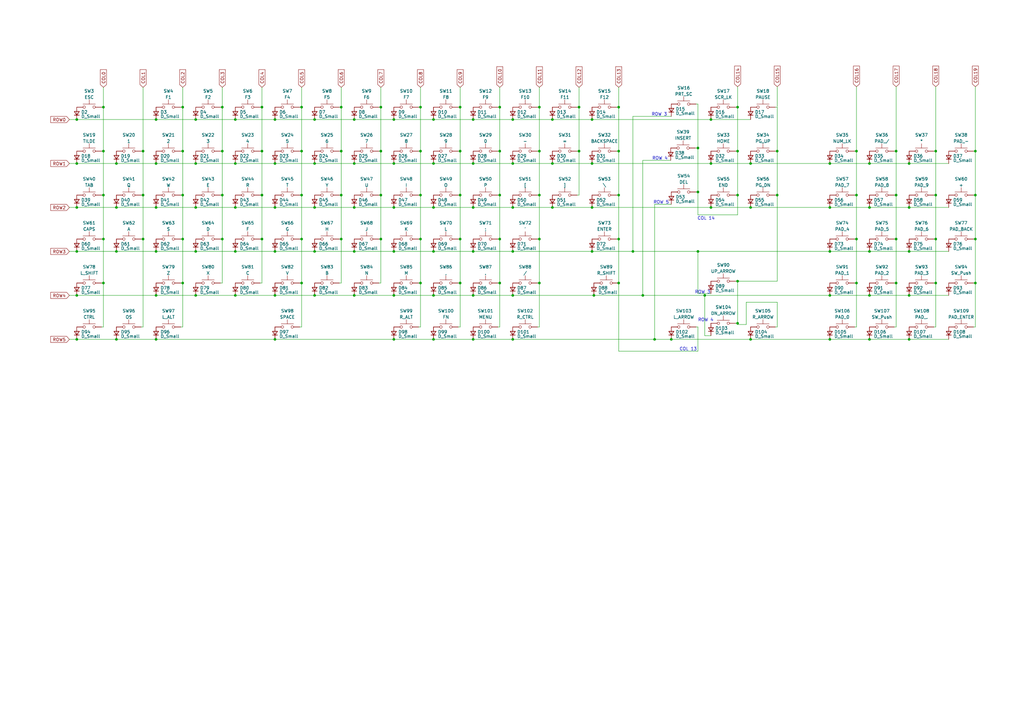
<source format=kicad_sch>
(kicad_sch (version 20211123) (generator eeschema)
  (paper "A3")
  (junction (at 123.698 116.078))
  (junction (at 318.77 80.01))
  (junction (at 367.538 98.044))
  (junction (at 96.52 67.056))
  (junction (at 31.496 139.192))
  (junction (at 259.588 103.124))
  (junction (at 188.722 43.942))
  (junction (at 356.616 103.124))
  (junction (at 367.538 61.976))
  (junction (at 268.478 139.192))
  (junction (at 112.776 85.09))
  (junction (at 194.056 49.022))
  (junction (at 210.312 67.056))
  (junction (at 123.698 61.976))
  (junction (at 210.312 139.192))
  (junction (at 91.186 43.942))
  (junction (at 156.21 98.044))
  (junction (at 145.288 121.158))
  (junction (at 31.496 49.022))
  (junction (at 107.442 61.976))
  (junction (at 383.794 98.044))
  (junction (at 356.616 67.056))
  (junction (at 161.544 49.022))
  (junction (at 145.288 67.056))
  (junction (at 253.746 43.942))
  (junction (at 400.05 116.078))
  (junction (at 289.052 121.158))
  (junction (at 139.954 80.01))
  (junction (at 372.872 103.124))
  (junction (at 221.234 43.942))
  (junction (at 351.282 98.044))
  (junction (at 302.514 115.316))
  (junction (at 145.288 103.124))
  (junction (at 177.8 139.192))
  (junction (at 383.794 80.01))
  (junction (at 194.056 139.192))
  (junction (at 47.752 139.192))
  (junction (at 80.264 49.022))
  (junction (at 340.36 121.158))
  (junction (at 372.872 85.09))
  (junction (at 286.258 60.706))
  (junction (at 31.496 121.158))
  (junction (at 340.36 85.09))
  (junction (at 161.544 67.056))
  (junction (at 64.008 103.124))
  (junction (at 291.592 67.056))
  (junction (at 58.674 61.976))
  (junction (at 188.722 98.044))
  (junction (at 351.282 80.01))
  (junction (at 139.954 61.976))
  (junction (at 42.418 61.976))
  (junction (at 400.05 61.976))
  (junction (at 96.52 49.022))
  (junction (at 356.616 85.09))
  (junction (at 64.008 139.192))
  (junction (at 291.592 49.022))
  (junction (at 356.616 139.192))
  (junction (at 123.698 43.942))
  (junction (at 302.514 132.588))
  (junction (at 91.186 98.044))
  (junction (at 188.722 61.976))
  (junction (at 91.186 80.01))
  (junction (at 112.776 67.056))
  (junction (at 237.49 61.976))
  (junction (at 74.93 80.01))
  (junction (at 145.288 49.022))
  (junction (at 80.264 67.056))
  (junction (at 210.312 121.158))
  (junction (at 177.8 49.022))
  (junction (at 307.848 139.192))
  (junction (at 302.514 61.976))
  (junction (at 96.52 103.124))
  (junction (at 194.056 103.124))
  (junction (at 74.93 61.976))
  (junction (at 112.776 103.124))
  (junction (at 112.776 139.192))
  (junction (at 156.21 43.942))
  (junction (at 129.032 49.022))
  (junction (at 64.008 121.158))
  (junction (at 123.698 98.044))
  (junction (at 47.752 67.056))
  (junction (at 204.978 98.044))
  (junction (at 367.538 80.01))
  (junction (at 210.312 85.09))
  (junction (at 161.544 139.192))
  (junction (at 64.008 85.09))
  (junction (at 210.312 49.022))
  (junction (at 139.954 43.942))
  (junction (at 242.824 67.056))
  (junction (at 123.698 80.01))
  (junction (at 307.848 67.056))
  (junction (at 383.794 116.078))
  (junction (at 204.978 43.942))
  (junction (at 286.258 103.124))
  (junction (at 129.032 85.09))
  (junction (at 372.872 139.192))
  (junction (at 172.466 43.942))
  (junction (at 112.776 49.022))
  (junction (at 400.05 98.044))
  (junction (at 58.674 80.01))
  (junction (at 80.264 121.158))
  (junction (at 263.652 121.158))
  (junction (at 139.954 98.044))
  (junction (at 156.21 80.01))
  (junction (at 302.514 80.01))
  (junction (at 204.978 61.976))
  (junction (at 307.848 85.09))
  (junction (at 367.538 116.078))
  (junction (at 31.496 85.09))
  (junction (at 172.466 116.078))
  (junction (at 129.032 103.124))
  (junction (at 42.418 116.078))
  (junction (at 177.8 121.158))
  (junction (at 210.312 103.124))
  (junction (at 204.978 80.01))
  (junction (at 275.336 139.192))
  (junction (at 91.186 61.976))
  (junction (at 42.418 43.942))
  (junction (at 161.544 85.09))
  (junction (at 64.008 67.056))
  (junction (at 372.872 67.056))
  (junction (at 226.568 49.022))
  (junction (at 96.52 85.09))
  (junction (at 58.674 98.044))
  (junction (at 356.616 121.158))
  (junction (at 31.496 67.056))
  (junction (at 242.824 49.022))
  (junction (at 172.466 98.044))
  (junction (at 64.008 49.022))
  (junction (at 177.8 103.124))
  (junction (at 221.234 61.976))
  (junction (at 221.234 80.01))
  (junction (at 42.418 98.044))
  (junction (at 351.282 116.078))
  (junction (at 188.722 80.01))
  (junction (at 161.544 121.158))
  (junction (at 340.36 103.124))
  (junction (at 237.49 43.942))
  (junction (at 112.776 121.158))
  (junction (at 318.77 61.976))
  (junction (at 204.978 116.078))
  (junction (at 172.466 61.976))
  (junction (at 177.8 85.09))
  (junction (at 47.752 85.09))
  (junction (at 156.21 61.976))
  (junction (at 221.234 116.078))
  (junction (at 400.05 80.01))
  (junction (at 47.752 103.124))
  (junction (at 226.568 67.056))
  (junction (at 302.514 43.942))
  (junction (at 253.746 116.078))
  (junction (at 74.93 98.044))
  (junction (at 129.032 67.056))
  (junction (at 253.746 61.976))
  (junction (at 340.36 67.056))
  (junction (at 286.258 78.74))
  (junction (at 243.586 121.158))
  (junction (at 226.568 85.09))
  (junction (at 96.52 121.158))
  (junction (at 372.872 121.158))
  (junction (at 291.592 85.09))
  (junction (at 188.722 116.078))
  (junction (at 31.496 103.124))
  (junction (at 74.93 116.078))
  (junction (at 107.442 98.044))
  (junction (at 242.824 85.09))
  (junction (at 74.93 43.942))
  (junction (at 107.442 80.01))
  (junction (at 340.36 139.192))
  (junction (at 177.8 67.056))
  (junction (at 253.746 98.044))
  (junction (at 129.032 121.158))
  (junction (at 242.824 103.124))
  (junction (at 194.056 121.158))
  (junction (at 194.056 85.09))
  (junction (at 161.544 103.124))
  (junction (at 107.442 43.942))
  (junction (at 80.264 85.09))
  (junction (at 351.282 61.976))
  (junction (at 194.056 67.056))
  (junction (at 221.234 98.044))
  (junction (at 80.264 103.124))
  (junction (at 172.466 80.01))
  (junction (at 383.794 61.976))
  (junction (at 253.746 80.01))
  (junction (at 42.418 80.01))
  (junction (at 145.288 85.09))
  (wire (pts (xy 366.776 80.01) (xy 367.538 80.01)))
  (wire (pts (xy 112.776 49.022) (xy 129.032 49.022)))
  (wire (pts (xy 242.824 49.022) (xy 291.592 49.022)))
  (wire (pts (xy 351.282 116.078) (xy 351.282 134.112)))
  (wire (pts (xy 74.93 116.078) (xy 74.93 134.112)))
  (wire (pts (xy 318.77 123.952) (xy 318.77 134.112)))
  (wire (pts (xy 161.544 85.09) (xy 177.8 85.09)))
  (wire (pts (xy 123.698 116.078) (xy 123.698 134.112)))
  (wire (pts (xy 129.032 103.124) (xy 145.288 103.124)))
  (wire (pts (xy 204.978 80.01) (xy 204.978 98.044)))
  (wire (pts (xy 372.872 103.124) (xy 389.128 103.124)))
  (wire (pts (xy 318.008 61.976) (xy 318.77 61.976)))
  (wire (pts (xy 123.698 61.976) (xy 123.698 80.01)))
  (wire (pts (xy 253.746 98.044) (xy 253.746 116.078)))
  (wire (pts (xy 139.192 43.942) (xy 139.954 43.942)))
  (wire (pts (xy 172.466 43.942) (xy 172.466 61.976)))
  (wire (pts (xy 112.776 139.192) (xy 161.544 139.192)))
  (wire (pts (xy 302.514 132.588) (xy 302.514 133.096)))
  (wire (pts (xy 42.418 98.044) (xy 42.418 116.078)))
  (wire (pts (xy 220.472 43.942) (xy 221.234 43.942)))
  (wire (pts (xy 400.05 80.01) (xy 400.05 98.044)))
  (wire (pts (xy 268.478 139.192) (xy 275.336 139.192)))
  (wire (pts (xy 161.544 49.022) (xy 177.8 49.022)))
  (wire (pts (xy 237.49 35.814) (xy 237.49 43.942)))
  (wire (pts (xy 318.008 134.112) (xy 318.77 134.112)))
  (wire (pts (xy 383.032 134.112) (xy 383.794 134.112)))
  (wire (pts (xy 204.216 98.044) (xy 204.978 98.044)))
  (wire (pts (xy 172.466 98.044) (xy 172.466 116.078)))
  (wire (pts (xy 112.776 121.158) (xy 129.032 121.158)))
  (wire (pts (xy 90.424 43.942) (xy 91.186 43.942)))
  (wire (pts (xy 106.68 98.044) (xy 107.442 98.044)))
  (wire (pts (xy 188.722 98.044) (xy 188.722 116.078)))
  (wire (pts (xy 301.752 132.588) (xy 302.514 132.588)))
  (wire (pts (xy 107.442 35.814) (xy 107.442 43.942)))
  (wire (pts (xy 204.978 35.814) (xy 204.978 43.942)))
  (wire (pts (xy 204.978 98.044) (xy 204.978 116.078)))
  (wire (pts (xy 372.872 139.192) (xy 389.128 139.192)))
  (wire (pts (xy 91.186 35.814) (xy 91.186 43.942)))
  (wire (pts (xy 302.514 35.56) (xy 302.514 43.942)))
  (wire (pts (xy 42.418 61.976) (xy 42.418 80.01)))
  (wire (pts (xy 28.448 103.124) (xy 31.496 103.124)))
  (wire (pts (xy 47.752 103.124) (xy 64.008 103.124)))
  (wire (pts (xy 318.77 61.976) (xy 318.77 80.01)))
  (wire (pts (xy 58.674 80.01) (xy 58.674 98.044)))
  (wire (pts (xy 187.96 61.976) (xy 188.722 61.976)))
  (wire (pts (xy 41.656 61.976) (xy 42.418 61.976)))
  (wire (pts (xy 139.954 43.942) (xy 139.954 61.976)))
  (wire (pts (xy 171.704 61.976) (xy 172.466 61.976)))
  (wire (pts (xy 367.538 35.56) (xy 367.538 61.976)))
  (wire (pts (xy 237.49 43.942) (xy 237.49 61.976)))
  (wire (pts (xy 107.442 80.01) (xy 107.442 98.044)))
  (wire (pts (xy 145.288 121.158) (xy 161.544 121.158)))
  (wire (pts (xy 302.514 133.096) (xy 306.07 133.096)))
  (wire (pts (xy 236.728 80.01) (xy 237.49 80.01)))
  (wire (pts (xy 252.984 98.044) (xy 253.746 98.044)))
  (wire (pts (xy 155.448 43.942) (xy 156.21 43.942)))
  (wire (pts (xy 74.93 98.044) (xy 74.93 116.078)))
  (wire (pts (xy 302.514 43.942) (xy 302.514 61.976)))
  (wire (pts (xy 74.168 43.942) (xy 74.93 43.942)))
  (wire (pts (xy 259.588 47.752) (xy 259.588 103.124)))
  (wire (pts (xy 221.234 116.078) (xy 221.234 134.112)))
  (wire (pts (xy 139.954 35.814) (xy 139.954 43.942)))
  (wire (pts (xy 400.05 61.976) (xy 400.05 80.01)))
  (wire (pts (xy 221.234 43.942) (xy 221.234 61.976)))
  (wire (pts (xy 366.776 116.078) (xy 367.538 116.078)))
  (wire (pts (xy 42.418 80.01) (xy 42.418 98.044)))
  (wire (pts (xy 96.52 85.09) (xy 112.776 85.09)))
  (wire (pts (xy 302.514 115.316) (xy 302.514 132.588)))
  (wire (pts (xy 74.168 80.01) (xy 74.93 80.01)))
  (wire (pts (xy 285.496 78.74) (xy 286.258 78.74)))
  (wire (pts (xy 80.264 121.158) (xy 96.52 121.158)))
  (wire (pts (xy 156.21 61.976) (xy 156.21 80.01)))
  (wire (pts (xy 252.984 80.01) (xy 253.746 80.01)))
  (wire (pts (xy 252.984 61.976) (xy 253.746 61.976)))
  (wire (pts (xy 47.752 139.192) (xy 64.008 139.192)))
  (wire (pts (xy 156.21 35.814) (xy 156.21 43.942)))
  (wire (pts (xy 64.008 139.192) (xy 112.776 139.192)))
  (wire (pts (xy 64.008 85.09) (xy 80.264 85.09)))
  (wire (pts (xy 57.912 61.976) (xy 58.674 61.976)))
  (wire (pts (xy 188.722 43.942) (xy 188.722 61.976)))
  (wire (pts (xy 161.544 121.158) (xy 177.8 121.158)))
  (wire (pts (xy 91.186 61.976) (xy 91.186 80.01)))
  (wire (pts (xy 122.936 134.112) (xy 123.698 134.112)))
  (wire (pts (xy 340.36 139.192) (xy 356.616 139.192)))
  (wire (pts (xy 106.68 80.01) (xy 107.442 80.01)))
  (wire (pts (xy 204.216 134.112) (xy 204.978 134.112)))
  (wire (pts (xy 80.264 103.124) (xy 96.52 103.124)))
  (wire (pts (xy 383.032 98.044) (xy 383.794 98.044)))
  (wire (pts (xy 90.424 80.01) (xy 91.186 80.01)))
  (wire (pts (xy 243.586 121.158) (xy 263.652 121.158)))
  (wire (pts (xy 383.794 116.078) (xy 383.794 134.112)))
  (wire (pts (xy 155.448 80.01) (xy 156.21 80.01)))
  (wire (pts (xy 58.674 35.814) (xy 58.674 61.976)))
  (wire (pts (xy 74.93 61.976) (xy 74.93 80.01)))
  (wire (pts (xy 123.698 43.942) (xy 123.698 61.976)))
  (wire (pts (xy 64.008 67.056) (xy 80.264 67.056)))
  (wire (pts (xy 263.652 65.786) (xy 263.652 121.158)))
  (wire (pts (xy 129.032 67.056) (xy 145.288 67.056)))
  (wire (pts (xy 177.8 139.192) (xy 194.056 139.192)))
  (wire (pts (xy 350.52 134.112) (xy 351.282 134.112)))
  (wire (pts (xy 289.052 121.158) (xy 289.052 137.668)))
  (wire (pts (xy 91.186 43.942) (xy 91.186 61.976)))
  (wire (pts (xy 204.216 80.01) (xy 204.978 80.01)))
  (wire (pts (xy 123.698 98.044) (xy 123.698 116.078)))
  (wire (pts (xy 41.656 134.112) (xy 42.418 134.112)))
  (wire (pts (xy 64.008 49.022) (xy 80.264 49.022)))
  (wire (pts (xy 268.478 83.82) (xy 275.336 83.82)))
  (wire (pts (xy 285.242 60.706) (xy 286.258 60.706)))
  (wire (pts (xy 156.21 80.01) (xy 156.21 98.044)))
  (wire (pts (xy 291.592 49.022) (xy 307.848 49.022)))
  (wire (pts (xy 237.49 61.976) (xy 237.49 80.01)))
  (wire (pts (xy 80.264 49.022) (xy 96.52 49.022)))
  (wire (pts (xy 226.568 85.09) (xy 242.824 85.09)))
  (wire (pts (xy 188.722 80.01) (xy 188.722 98.044)))
  (wire (pts (xy 172.466 80.01) (xy 172.466 98.044)))
  (wire (pts (xy 123.698 80.01) (xy 123.698 98.044)))
  (wire (pts (xy 367.538 80.01) (xy 367.538 98.044)))
  (wire (pts (xy 96.52 121.158) (xy 112.776 121.158)))
  (wire (pts (xy 47.752 85.09) (xy 64.008 85.09)))
  (wire (pts (xy 301.752 80.01) (xy 302.514 80.01)))
  (wire (pts (xy 366.776 98.044) (xy 367.538 98.044)))
  (wire (pts (xy 236.728 43.942) (xy 237.49 43.942)))
  (wire (pts (xy 204.978 116.078) (xy 204.978 134.112)))
  (wire (pts (xy 286.258 120.396) (xy 286.258 103.124)))
  (wire (pts (xy 367.538 116.078) (xy 367.538 134.112)))
  (wire (pts (xy 145.288 49.022) (xy 161.544 49.022)))
  (wire (pts (xy 28.448 49.022) (xy 31.496 49.022)))
  (wire (pts (xy 268.478 83.82) (xy 268.478 139.192)))
  (wire (pts (xy 42.418 35.814) (xy 42.418 43.942)))
  (wire (pts (xy 259.588 47.752) (xy 275.336 47.752)))
  (wire (pts (xy 242.824 85.09) (xy 291.592 85.09)))
  (wire (pts (xy 253.746 80.01) (xy 253.746 98.044)))
  (wire (pts (xy 289.052 121.158) (xy 340.36 121.158)))
  (wire (pts (xy 351.282 35.56) (xy 351.282 61.976)))
  (wire (pts (xy 57.912 98.044) (xy 58.674 98.044)))
  (wire (pts (xy 139.192 80.01) (xy 139.954 80.01)))
  (wire (pts (xy 340.36 103.124) (xy 356.616 103.124)))
  (wire (pts (xy 129.032 85.09) (xy 145.288 85.09)))
  (wire (pts (xy 302.514 88.138) (xy 286.258 88.138)))
  (wire (pts (xy 42.418 116.078) (xy 42.418 134.112)))
  (wire (pts (xy 340.36 67.056) (xy 356.616 67.056)))
  (wire (pts (xy 210.312 103.124) (xy 242.824 103.124)))
  (wire (pts (xy 96.52 49.022) (xy 112.776 49.022)))
  (wire (pts (xy 194.056 103.124) (xy 210.312 103.124)))
  (wire (pts (xy 220.472 98.044) (xy 221.234 98.044)))
  (wire (pts (xy 383.794 61.976) (xy 383.794 80.01)))
  (wire (pts (xy 356.616 139.192) (xy 372.872 139.192)))
  (wire (pts (xy 112.776 67.056) (xy 129.032 67.056)))
  (wire (pts (xy 161.544 103.124) (xy 177.8 103.124)))
  (wire (pts (xy 187.96 98.044) (xy 188.722 98.044)))
  (wire (pts (xy 307.848 85.09) (xy 340.36 85.09)))
  (wire (pts (xy 28.448 85.09) (xy 31.496 85.09)))
  (wire (pts (xy 383.032 116.078) (xy 383.794 116.078)))
  (wire (pts (xy 28.448 139.192) (xy 31.496 139.192)))
  (wire (pts (xy 307.848 67.056) (xy 340.36 67.056)))
  (wire (pts (xy 145.288 103.124) (xy 161.544 103.124)))
  (wire (pts (xy 91.186 98.044) (xy 91.186 116.078)))
  (wire (pts (xy 41.656 116.078) (xy 42.418 116.078)))
  (wire (pts (xy 351.282 61.976) (xy 351.282 80.01)))
  (wire (pts (xy 188.722 116.078) (xy 188.722 134.112)))
  (wire (pts (xy 80.264 67.056) (xy 96.52 67.056)))
  (wire (pts (xy 259.588 103.124) (xy 286.258 103.124)))
  (wire (pts (xy 356.616 67.056) (xy 372.872 67.056)))
  (wire (pts (xy 318.77 35.56) (xy 318.77 43.688)))
  (wire (pts (xy 145.288 67.056) (xy 161.544 67.056)))
  (wire (pts (xy 318.008 43.942) (xy 318.77 43.942)))
  (wire (pts (xy 253.746 144.018) (xy 286.258 144.018)))
  (wire (pts (xy 350.52 61.976) (xy 351.282 61.976)))
  (wire (pts (xy 90.424 116.078) (xy 91.186 116.078)))
  (wire (pts (xy 210.312 67.056) (xy 226.568 67.056)))
  (wire (pts (xy 351.282 80.01) (xy 351.282 98.044)))
  (wire (pts (xy 210.312 121.158) (xy 243.586 121.158)))
  (wire (pts (xy 161.544 139.192) (xy 177.8 139.192)))
  (wire (pts (xy 286.258 103.124) (xy 340.36 103.124)))
  (wire (pts (xy 286.258 60.706) (xy 286.258 78.74)))
  (wire (pts (xy 57.912 80.01) (xy 58.674 80.01)))
  (wire (pts (xy 253.746 35.814) (xy 253.746 43.942)))
  (wire (pts (xy 350.52 116.078) (xy 351.282 116.078)))
  (wire (pts (xy 194.056 121.158) (xy 210.312 121.158)))
  (wire (pts (xy 106.68 43.942) (xy 107.442 43.942)))
  (wire (pts (xy 41.656 98.044) (xy 42.418 98.044)))
  (wire (pts (xy 177.8 49.022) (xy 194.056 49.022)))
  (wire (pts (xy 204.978 61.976) (xy 204.978 80.01)))
  (wire (pts (xy 188.722 61.976) (xy 188.722 80.01)))
  (wire (pts (xy 286.258 144.018) (xy 286.258 134.112)))
  (wire (pts (xy 383.032 80.01) (xy 383.794 80.01)))
  (wire (pts (xy 372.872 121.158) (xy 389.128 121.158)))
  (wire (pts (xy 177.8 103.124) (xy 194.056 103.124)))
  (wire (pts (xy 356.616 121.158) (xy 372.872 121.158)))
  (wire (pts (xy 221.234 61.976) (xy 221.234 80.01)))
  (wire (pts (xy 194.056 67.056) (xy 210.312 67.056)))
  (wire (pts (xy 302.514 115.316) (xy 318.77 115.316)))
  (wire (pts (xy 139.954 61.976) (xy 139.954 80.01)))
  (wire (pts (xy 47.752 67.056) (xy 64.008 67.056)))
  (wire (pts (xy 307.848 139.192) (xy 340.36 139.192)))
  (wire (pts (xy 41.656 43.942) (xy 42.418 43.942)))
  (wire (pts (xy 252.984 43.942) (xy 253.746 43.942)))
  (wire (pts (xy 253.746 43.942) (xy 253.746 61.976)))
  (wire (pts (xy 221.234 98.044) (xy 221.234 116.078)))
  (wire (pts (xy 122.936 98.044) (xy 123.698 98.044)))
  (wire (pts (xy 291.592 85.09) (xy 307.848 85.09)))
  (wire (pts (xy 220.472 61.976) (xy 221.234 61.976)))
  (wire (pts (xy 74.168 134.112) (xy 74.93 134.112)))
  (wire (pts (xy 301.752 43.942) (xy 302.514 43.942)))
  (wire (pts (xy 285.496 134.112) (xy 286.258 134.112)))
  (wire (pts (xy 399.288 134.112) (xy 400.05 134.112)))
  (wire (pts (xy 107.442 43.942) (xy 107.442 61.976)))
  (wire (pts (xy 177.8 85.09) (xy 194.056 85.09)))
  (wire (pts (xy 64.008 121.158) (xy 80.264 121.158)))
  (wire (pts (xy 285.496 42.672) (xy 286.258 42.672)))
  (wire (pts (xy 356.616 103.124) (xy 372.872 103.124)))
  (wire (pts (xy 58.674 98.044) (xy 58.674 134.112)))
  (wire (pts (xy 399.288 116.078) (xy 400.05 116.078)))
  (wire (pts (xy 145.288 85.09) (xy 161.544 85.09)))
  (wire (pts (xy 220.472 134.112) (xy 221.234 134.112)))
  (wire (pts (xy 187.96 80.01) (xy 188.722 80.01)))
  (wire (pts (xy 122.936 80.01) (xy 123.698 80.01)))
  (wire (pts (xy 74.93 43.942) (xy 74.93 61.976)))
  (wire (pts (xy 31.496 103.124) (xy 47.752 103.124)))
  (wire (pts (xy 253.746 116.078) (xy 253.746 144.018)))
  (wire (pts (xy 220.472 116.078) (xy 221.234 116.078)))
  (wire (pts (xy 263.652 121.158) (xy 289.052 121.158)))
  (wire (pts (xy 318.77 43.942) (xy 318.77 61.976)))
  (wire (pts (xy 156.21 98.044) (xy 156.21 116.078)))
  (wire (pts (xy 112.776 85.09) (xy 129.032 85.09)))
  (wire (pts (xy 242.824 103.124) (xy 259.588 103.124)))
  (wire (pts (xy 220.472 80.01) (xy 221.234 80.01)))
  (wire (pts (xy 161.544 67.056) (xy 177.8 67.056)))
  (wire (pts (xy 112.776 103.124) (xy 129.032 103.124)))
  (wire (pts (xy 91.186 80.01) (xy 91.186 98.044)))
  (wire (pts (xy 107.442 61.976) (xy 107.442 80.01)))
  (wire (pts (xy 187.96 43.942) (xy 188.722 43.942)))
  (wire (pts (xy 383.794 80.01) (xy 383.794 98.044)))
  (wire (pts (xy 96.52 103.124) (xy 112.776 103.124)))
  (wire (pts (xy 302.514 61.976) (xy 302.514 80.01)))
  (wire (pts (xy 155.448 61.976) (xy 156.21 61.976)))
  (wire (pts (xy 340.36 85.09) (xy 356.616 85.09)))
  (wire (pts (xy 226.568 49.022) (xy 242.824 49.022)))
  (wire (pts (xy 187.96 134.112) (xy 188.722 134.112)))
  (wire (pts (xy 31.496 121.158) (xy 64.008 121.158)))
  (wire (pts (xy 204.978 43.942) (xy 204.978 61.976)))
  (wire (pts (xy 74.93 80.01) (xy 74.93 98.044)))
  (wire (pts (xy 80.264 85.09) (xy 96.52 85.09)))
  (wire (pts (xy 177.8 67.056) (xy 194.056 67.056)))
  (wire (pts (xy 172.466 35.814) (xy 172.466 43.942)))
  (wire (pts (xy 122.936 61.976) (xy 123.698 61.976)))
  (wire (pts (xy 383.794 98.044) (xy 383.794 116.078)))
  (wire (pts (xy 289.052 137.668) (xy 291.592 137.668)))
  (wire (pts (xy 366.776 61.976) (xy 367.538 61.976)))
  (wire (pts (xy 399.288 61.976) (xy 400.05 61.976)))
  (wire (pts (xy 286.258 42.672) (xy 286.258 60.706)))
  (wire (pts (xy 42.418 43.942) (xy 42.418 61.976)))
  (wire (pts (xy 302.514 80.01) (xy 302.514 88.138)))
  (wire (pts (xy 171.704 116.078) (xy 172.466 116.078)))
  (wire (pts (xy 367.538 61.976) (xy 367.538 80.01)))
  (wire (pts (xy 318.008 80.01) (xy 318.77 80.01)))
  (wire (pts (xy 221.234 80.01) (xy 221.234 98.044)))
  (wire (pts (xy 122.936 116.078) (xy 123.698 116.078)))
  (wire (pts (xy 263.652 65.786) (xy 275.082 65.786)))
  (wire (pts (xy 96.52 67.056) (xy 112.776 67.056)))
  (wire (pts (xy 399.288 80.01) (xy 400.05 80.01)))
  (wire (pts (xy 400.05 35.56) (xy 400.05 61.976)))
  (wire (pts (xy 106.68 116.078) (xy 107.442 116.078)))
  (wire (pts (xy 350.52 80.01) (xy 351.282 80.01)))
  (wire (pts (xy 90.424 98.044) (xy 91.186 98.044)))
  (wire (pts (xy 204.216 61.976) (xy 204.978 61.976)))
  (wire (pts (xy 383.794 35.56) (xy 383.794 61.976)))
  (wire (pts (xy 139.192 116.078) (xy 139.954 116.078)))
  (wire (pts (xy 242.824 67.056) (xy 291.592 67.056)))
  (wire (pts (xy 41.656 80.01) (xy 42.418 80.01)))
  (wire (pts (xy 171.704 98.044) (xy 172.466 98.044)))
  (wire (pts (xy 340.36 121.158) (xy 356.616 121.158)))
  (wire (pts (xy 194.056 139.192) (xy 210.312 139.192)))
  (wire (pts (xy 156.21 43.942) (xy 156.21 61.976)))
  (wire (pts (xy 194.056 85.09) (xy 210.312 85.09)))
  (wire (pts (xy 139.192 61.976) (xy 139.954 61.976)))
  (wire (pts (xy 275.336 139.192) (xy 307.848 139.192)))
  (wire (pts (xy 291.592 67.056) (xy 307.848 67.056)))
  (wire (pts (xy 74.168 116.078) (xy 74.93 116.078)))
  (wire (pts (xy 107.442 98.044) (xy 107.442 116.078)))
  (wire (pts (xy 31.496 67.056) (xy 47.752 67.056)))
  (wire (pts (xy 122.936 43.942) (xy 123.698 43.942)))
  (wire (pts (xy 172.466 116.078) (xy 172.466 134.112)))
  (wire (pts (xy 171.704 43.942) (xy 172.466 43.942)))
  (wire (pts (xy 367.538 98.044) (xy 367.538 116.078)))
  (wire (pts (xy 204.216 116.078) (xy 204.978 116.078)))
  (wire (pts (xy 301.752 61.976) (xy 302.514 61.976)))
  (wire (pts (xy 106.68 61.976) (xy 107.442 61.976)))
  (wire (pts (xy 210.312 139.192) (xy 268.478 139.192)))
  (wire (pts (xy 286.258 78.74) (xy 286.258 88.138)))
  (wire (pts (xy 155.448 116.078) (xy 156.21 116.078)))
  (wire (pts (xy 194.056 49.022) (xy 210.312 49.022)))
  (wire (pts (xy 57.912 134.112) (xy 58.674 134.112)))
  (wire (pts (xy 372.872 67.056) (xy 389.128 67.056)))
  (wire (pts (xy 74.93 35.814) (xy 74.93 43.942)))
  (wire (pts (xy 155.448 98.044) (xy 156.21 98.044)))
  (wire (pts (xy 74.168 98.044) (xy 74.93 98.044)))
  (wire (pts (xy 204.216 43.942) (xy 204.978 43.942)))
  (wire (pts (xy 351.282 98.044) (xy 351.282 116.078)))
  (wire (pts (xy 372.872 85.09) (xy 389.128 85.09)))
  (wire (pts (xy 64.008 103.124) (xy 80.264 103.124)))
  (wire (pts (xy 210.312 85.09) (xy 226.568 85.09)))
  (wire (pts (xy 123.698 35.814) (xy 123.698 43.942)))
  (wire (pts (xy 306.07 123.952) (xy 318.77 123.952)))
  (wire (pts (xy 58.674 61.976) (xy 58.674 80.01)))
  (wire (pts (xy 210.312 49.022) (xy 226.568 49.022)))
  (wire (pts (xy 74.168 61.976) (xy 74.93 61.976)))
  (wire (pts (xy 187.96 116.078) (xy 188.722 116.078)))
  (wire (pts (xy 188.722 35.814) (xy 188.722 43.942)))
  (wire (pts (xy 31.496 85.09) (xy 47.752 85.09)))
  (wire (pts (xy 226.568 67.056) (xy 242.824 67.056)))
  (wire (pts (xy 400.05 116.078) (xy 400.05 134.112)))
  (wire (pts (xy 399.288 98.044) (xy 400.05 98.044)))
  (wire (pts (xy 90.424 61.976) (xy 91.186 61.976)))
  (wire (pts (xy 129.032 49.022) (xy 145.288 49.022)))
  (wire (pts (xy 400.05 98.044) (xy 400.05 116.078)))
  (wire (pts (xy 350.52 98.044) (xy 351.282 98.044)))
  (wire (pts (xy 31.496 139.192) (xy 47.752 139.192)))
  (wire (pts (xy 139.192 98.044) (xy 139.954 98.044)))
  (wire (pts (xy 177.8 121.158) (xy 194.056 121.158)))
  (wire (pts (xy 236.728 61.976) (xy 237.49 61.976)))
  (wire (pts (xy 301.752 115.316) (xy 302.514 115.316)))
  (wire (pts (xy 383.032 61.976) (xy 383.794 61.976)))
  (wire (pts (xy 366.776 134.112) (xy 367.538 134.112)))
  (wire (pts (xy 139.954 98.044) (xy 139.954 116.078)))
  (wire (pts (xy 286.258 120.396) (xy 291.592 120.396)))
  (wire (pts (xy 31.496 49.022) (xy 64.008 49.022)))
  (wire (pts (xy 28.448 67.056) (xy 31.496 67.056)))
  (wire (pts (xy 318.77 115.316) (xy 318.77 80.01)))
  (wire (pts (xy 139.954 80.01) (xy 139.954 98.044)))
  (wire (pts (xy 221.234 35.814) (xy 221.234 43.942)))
  (wire (pts (xy 172.466 61.976) (xy 172.466 80.01)))
  (wire (pts (xy 253.746 61.976) (xy 253.746 80.01)))
  (wire (pts (xy 171.704 80.01) (xy 172.466 80.01)))
  (wire (pts (xy 129.032 121.158) (xy 145.288 121.158)))
  (wire (pts (xy 171.704 134.112) (xy 172.466 134.112)))
  (wire (pts (xy 306.07 133.096) (xy 306.07 123.952)))
  (wire (pts (xy 356.616 85.09) (xy 372.872 85.09)))
  (wire (pts (xy 28.448 121.158) (xy 31.496 121.158)))
  (text "ROW 4" (at 267.462 65.786 0) (effects (font (size 1.27 1.27)) (justify left bottom)))
  (text "COL 13" (at 278.638 144.018 0) (effects (font (size 1.27 1.27)) (justify left bottom)))
  (text "COL 14" (at 286.004 90.424 0) (effects (font (size 1.27 1.27)) (justify left bottom)))
  (text "ROW 3" (at 267.208 47.752 0) (effects (font (size 1.27 1.27)) (justify left bottom)))
  (text "ROW 5" (at 267.97 83.82 0) (effects (font (size 1.27 1.27)) (justify left bottom)))
  (text "ROW 4" (at 286.258 132.08 0) (effects (font (size 1.27 1.27)) (justify left bottom)))
  (text "ROW 3" (at 284.988 120.65 0) (effects (font (size 1.27 1.27)) (justify left bottom)))
  (global_label "COL7" (shape input) (at 156.21 35.814 90) (property "Intersheet References" "${INTERSHEET_REFS}" (effects hide)))
  (global_label "COL6" (shape input) (at 139.954 35.814 90) (property "Intersheet References" "${INTERSHEET_REFS}" (effects hide)))
  (global_label "COL13" (shape input) (at 253.746 35.814 90) (property "Intersheet References" "${INTERSHEET_REFS}" (effects hide)))
  (global_label "COL4" (shape input) (at 107.442 35.814 90) (property "Intersheet References" "${INTERSHEET_REFS}" (effects hide)))
  (global_label "ROW5" (shape input) (at 28.448 139.192 180) (property "Intersheet References" "${INTERSHEET_REFS}" (effects hide)))
  (global_label "COL16" (shape input) (at 351.282 35.56 90) (property "Intersheet References" "${INTERSHEET_REFS}" (effects hide)))
  (global_label "COL0" (shape input) (at 42.418 35.814 90) (property "Intersheet References" "${INTERSHEET_REFS}" (effects hide)))
  (global_label "COL5" (shape input) (at 123.698 35.814 90) (property "Intersheet References" "${INTERSHEET_REFS}" (effects hide)))
  (global_label "COL19" (shape input) (at 400.05 35.56 90) (property "Intersheet References" "${INTERSHEET_REFS}" (effects hide)))
  (global_label "COL12" (shape input) (at 237.49 35.814 90) (property "Intersheet References" "${INTERSHEET_REFS}" (effects hide)))
  (global_label "COL2" (shape input) (at 74.93 35.814 90) (property "Intersheet References" "${INTERSHEET_REFS}" (effects hide)))
  (global_label "ROW3" (shape input) (at 28.448 103.124 180) (property "Intersheet References" "${INTERSHEET_REFS}" (effects hide)))
  (global_label "COL1" (shape input) (at 58.674 35.814 90) (property "Intersheet References" "${INTERSHEET_REFS}" (effects hide)))
  (global_label "COL17" (shape input) (at 367.538 35.56 90) (property "Intersheet References" "${INTERSHEET_REFS}" (effects hide)))
  (global_label "COL18" (shape input) (at 383.794 35.56 90) (property "Intersheet References" "${INTERSHEET_REFS}" (effects hide)))
  (global_label "ROW0" (shape input) (at 28.448 49.022 180) (property "Intersheet References" "${INTERSHEET_REFS}" (effects hide)))
  (global_label "COL11" (shape input) (at 221.234 35.814 90) (property "Intersheet References" "${INTERSHEET_REFS}" (effects hide)))
  (global_label "COL10" (shape input) (at 204.978 35.814 90) (property "Intersheet References" "${INTERSHEET_REFS}" (effects hide)))
  (global_label "COL8" (shape input) (at 172.466 35.814 90) (property "Intersheet References" "${INTERSHEET_REFS}" (effects hide)))
  (global_label "ROW4" (shape input) (at 28.448 121.158 180) (property "Intersheet References" "${INTERSHEET_REFS}" (effects hide)))
  (global_label "ROW1" (shape input) (at 28.448 67.056 180) (property "Intersheet References" "${INTERSHEET_REFS}" (effects hide)))
  (global_label "COL3" (shape input) (at 91.186 35.814 90) (property "Intersheet References" "${INTERSHEET_REFS}" (effects hide)))
  (global_label "ROW2" (shape input) (at 28.448 85.09 180) (property "Intersheet References" "${INTERSHEET_REFS}" (effects hide)))
  (global_label "COL9" (shape input) (at 188.722 35.814 90) (property "Intersheet References" "${INTERSHEET_REFS}" (effects hide)))
  (global_label "COL14" (shape input) (at 302.514 35.56 90) (property "Intersheet References" "${INTERSHEET_REFS}" (effects hide)))
  (global_label "COL15" (shape input) (at 318.77 35.56 90) (property "Intersheet References" "${INTERSHEET_REFS}" (effects hide)))
  (symbol (lib_id "Switch:SW_Push") (at 296.672 80.01 0) (unit 1)
    (property "Reference" "SW55" (at 296.672 73.406 0))
    (property "Value" "END" (at 296.672 75.946 0))
  )
  (symbol (lib_id "Device:D_Small") (at 226.568 64.516 90) (unit 1)
    (property "Reference" "D30" (at 228.346 64.008 90) (effects (justify right)))
    (property "Value" "D_Small" (at 228.346 65.7859 90) (effects (justify right)))
  )
  (symbol (lib_id "Switch:SW_Push") (at 199.136 98.044 0) (unit 1)
    (property "Reference" "SW71" (at 199.136 91.44 0))
    (property "Value" ";" (at 199.136 93.98 0))
  )
  (symbol (lib_id "Device:D_Small") (at 340.36 100.584 90) (unit 1)
    (property "Reference" "D73" (at 342.138 100.076 90) (effects (justify right)))
    (property "Value" "D_Small" (at 342.138 101.8539 90) (effects (justify right)))
  )
  (symbol (lib_id "Switch:SW_Push") (at 394.208 116.078 0) (unit 1)
    (property "Reference" "SW94" (at 394.208 109.474 0))
    (property "Value" "SW_Push" (at 394.208 112.014 0))
  )
  (symbol (lib_id "Device:D_Small") (at 161.544 64.516 90) (unit 1)
    (property "Reference" "D26" (at 163.322 64.008 90) (effects (justify right)))
    (property "Value" "D_Small" (at 163.322 65.7859 90) (effects (justify right)))
  )
  (symbol (lib_id "Switch:SW_Push") (at 69.088 80.01 0) (unit 1)
    (property "Reference" "SW42" (at 69.088 73.406 0))
    (property "Value" "W" (at 69.088 75.946 0))
  )
  (symbol (lib_id "Switch:SW_Push") (at 361.696 80.01 0) (unit 1)
    (property "Reference" "SW58" (at 361.696 73.406 0))
    (property "Value" "PAD_8" (at 361.696 75.946 0))
  )
  (symbol (lib_id "Switch:SW_Push") (at 117.856 134.112 0) (unit 1)
    (property "Reference" "SW98" (at 117.856 127.508 0))
    (property "Value" "SPACE" (at 117.856 130.048 0))
  )
  (symbol (lib_id "Device:D_Small") (at 96.52 118.618 90) (unit 1)
    (property "Reference" "D80" (at 98.298 118.11 90) (effects (justify right)))
    (property "Value" "D_Small" (at 98.298 119.8879 90) (effects (justify right)))
  )
  (symbol (lib_id "Device:D_Small") (at 31.496 100.584 90) (unit 1)
    (property "Reference" "D60" (at 33.274 100.076 90) (effects (justify right)))
    (property "Value" "D_Small" (at 33.274 101.8539 90) (effects (justify right)))
  )
  (symbol (lib_id "Device:D_Small") (at 80.264 64.516 90) (unit 1)
    (property "Reference" "D21" (at 82.042 64.008 90) (effects (justify right)))
    (property "Value" "D_Small" (at 82.042 65.7859 90) (effects (justify right)))
  )
  (symbol (lib_id "Device:D_Small") (at 64.008 118.618 90) (unit 1)
    (property "Reference" "D78" (at 65.786 118.11 90) (effects (justify right)))
    (property "Value" "D_Small" (at 65.786 119.8879 90) (effects (justify right)))
  )
  (symbol (lib_id "Switch:SW_Push") (at 182.88 116.078 0) (unit 1)
    (property "Reference" "SW86" (at 182.88 109.474 0))
    (property "Value" "," (at 182.88 112.014 0))
  )
  (symbol (lib_id "Device:D_Small") (at 242.824 64.516 90) (unit 1)
    (property "Reference" "D31" (at 244.602 64.008 90) (effects (justify right)))
    (property "Value" "D_Small" (at 244.602 65.7859 90) (effects (justify right)))
  )
  (symbol (lib_id "Device:D_Small") (at 31.496 64.516 90) (unit 1)
    (property "Reference" "D18" (at 33.274 64.008 90) (effects (justify right)))
    (property "Value" "D_Small" (at 33.274 65.7859 90) (effects (justify right)))
  )
  (symbol (lib_id "Switch:SW_Push") (at 377.952 116.078 0) (unit 1)
    (property "Reference" "SW93" (at 377.952 109.474 0))
    (property "Value" "PAD_3" (at 377.952 112.014 0))
  )
  (symbol (lib_id "Device:D_Small") (at 145.288 46.482 90) (unit 1)
    (property "Reference" "D8" (at 147.066 45.974 90) (effects (justify right)))
    (property "Value" "D_Small" (at 147.066 47.7519 90) (effects (justify right)))
  )
  (symbol (lib_id "Device:D_Small") (at 194.056 136.652 90) (unit 1)
    (property "Reference" "D100" (at 195.834 136.144 90) (effects (justify right)))
    (property "Value" "D_Small" (at 195.834 137.9219 90) (effects (justify right)))
  )
  (symbol (lib_id "Device:D_Small") (at 64.008 136.652 90) (unit 1)
    (property "Reference" "D96" (at 65.786 136.144 90) (effects (justify right)))
    (property "Value" "D_Small" (at 65.786 137.9219 90) (effects (justify right)))
  )
  (symbol (lib_id "Switch:SW_Push") (at 248.666 116.078 0) (unit 1)
    (property "Reference" "SW89" (at 248.666 109.474 0))
    (property "Value" "R_SHIFT" (at 248.666 112.014 0))
  )
  (symbol (lib_id "Switch:SW_Push") (at 231.648 43.942 0) (unit 1)
    (property "Reference" "SW14" (at 231.648 37.338 0))
    (property "Value" "F11" (at 231.648 39.878 0))
  )
  (symbol (lib_id "Switch:SW_Push") (at 345.44 116.078 0) (unit 1)
    (property "Reference" "SW91" (at 345.44 109.474 0))
    (property "Value" "PAD_1" (at 345.44 112.014 0))
  )
  (symbol (lib_id "Switch:SW_Push") (at 296.672 115.316 0) (unit 1)
    (property "Reference" "SW90" (at 296.672 108.712 0))
    (property "Value" "UP_ARROW" (at 296.672 111.252 0))
  )
  (symbol (lib_id "Switch:SW_Push") (at 36.576 134.112 0) (unit 1)
    (property "Reference" "SW95" (at 36.576 127.508 0))
    (property "Value" "CTRL" (at 36.576 130.048 0))
  )
  (symbol (lib_id "Device:D_Small") (at 291.592 82.55 90) (unit 1)
    (property "Reference" "D54" (at 293.37 82.042 90) (effects (justify right)))
    (property "Value" "D_Small" (at 293.37 83.8199 90) (effects (justify right)))
  )
  (symbol (lib_id "Switch:SW_Push") (at 117.856 80.01 0) (unit 1)
    (property "Reference" "SW45" (at 117.856 73.406 0))
    (property "Value" "T" (at 117.856 75.946 0))
  )
  (symbol (lib_id "Switch:SW_Push") (at 150.368 43.942 0) (unit 1)
    (property "Reference" "SW9" (at 150.368 37.338 0))
    (property "Value" "F6" (at 150.368 39.878 0))
  )
  (symbol (lib_id "Switch:SW_Push") (at 199.136 61.976 0) (unit 1)
    (property "Reference" "SW29" (at 199.136 55.372 0))
    (property "Value" "0" (at 199.136 57.912 0))
  )
  (symbol (lib_id "Switch:SW_Push") (at 69.088 116.078 0) (unit 1)
    (property "Reference" "SW79" (at 69.088 109.474 0))
    (property "Value" "Z" (at 69.088 112.014 0))
  )
  (symbol (lib_id "Switch:SW_Push") (at 345.44 80.01 0) (unit 1)
    (property "Reference" "SW57" (at 345.44 73.406 0))
    (property "Value" "PAD_7" (at 345.44 75.946 0))
  )
  (symbol (lib_id "Switch:SW_Push") (at 52.832 80.01 0) (unit 1)
    (property "Reference" "SW41" (at 52.832 73.406 0))
    (property "Value" "Q" (at 52.832 75.946 0))
  )
  (symbol (lib_id "Device:D_Small") (at 356.616 100.584 90) (unit 1)
    (property "Reference" "D74" (at 358.394 100.076 90) (effects (justify right)))
    (property "Value" "D_Small" (at 358.394 101.8539 90) (effects (justify right)))
  )
  (symbol (lib_id "Switch:SW_Push") (at 361.696 98.044 0) (unit 1)
    (property "Reference" "SW75" (at 361.696 91.44 0))
    (property "Value" "PAD_5" (at 361.696 93.98 0))
  )
  (symbol (lib_id "Switch:SW_Push") (at 134.112 61.976 0) (unit 1)
    (property "Reference" "SW25" (at 134.112 55.372 0))
    (property "Value" "6" (at 134.112 57.912 0))
  )
  (symbol (lib_id "Device:D_Small") (at 31.496 136.652 90) (unit 1)
    (property "Reference" "D94" (at 33.274 136.144 90) (effects (justify right)))
    (property "Value" "D_Small" (at 33.274 137.9219 90) (effects (justify right)))
  )
  (symbol (lib_id "Device:D_Small") (at 161.544 100.584 90) (unit 1)
    (property "Reference" "D68" (at 163.322 100.076 90) (effects (justify right)))
    (property "Value" "D_Small" (at 163.322 101.8539 90) (effects (justify right)))
  )
  (symbol (lib_id "Switch:SW_Push") (at 182.88 43.942 0) (unit 1)
    (property "Reference" "SW11" (at 182.88 37.338 0))
    (property "Value" "F8" (at 182.88 39.878 0))
  )
  (symbol (lib_id "Device:D_Small") (at 47.752 136.652 90) (unit 1)
    (property "Reference" "D95" (at 49.53 136.144 90) (effects (justify right)))
    (property "Value" "D_Small" (at 49.53 137.9219 90) (effects (justify right)))
  )
  (symbol (lib_id "Switch:SW_Push") (at 247.904 98.044 0) (unit 1)
    (property "Reference" "SW73" (at 247.904 91.44 0))
    (property "Value" "ENTER" (at 247.904 93.98 0))
  )
  (symbol (lib_id "Device:D_Small") (at 372.872 64.516 90) (unit 1)
    (property "Reference" "D36" (at 374.65 64.008 90) (effects (justify right)))
    (property "Value" "D_Small" (at 374.65 65.7859 90) (effects (justify right)))
  )
  (symbol (lib_id "Switch:SW_Push") (at 312.928 134.112 0) (unit 1)
    (property "Reference" "SW105" (at 312.928 127.508 0))
    (property "Value" "R_ARROW" (at 312.928 130.048 0))
  )
  (symbol (lib_id "Switch:SW_Push") (at 296.672 43.942 0) (unit 1)
    (property "Reference" "SW17" (at 296.672 37.338 0))
    (property "Value" "SCR_LK" (at 296.672 39.878 0))
  )
  (symbol (lib_id "Switch:SW_Push") (at 280.416 134.112 0) (unit 1)
    (property "Reference" "SW103" (at 280.416 127.508 0))
    (property "Value" "L_ARROW" (at 280.416 130.048 0))
  )
  (symbol (lib_id "Device:D_Small") (at 161.544 136.652 90) (unit 1)
    (property "Reference" "D98" (at 163.322 136.144 90) (effects (justify right)))
    (property "Value" "D_Small" (at 163.322 137.9219 90) (effects (justify right)))
  )
  (symbol (lib_id "Switch:SW_Push") (at 166.624 61.976 0) (unit 1)
    (property "Reference" "SW27" (at 166.624 55.372 0))
    (property "Value" "8" (at 166.624 57.912 0))
  )
  (symbol (lib_id "Switch:SW_Push") (at 52.832 61.976 0) (unit 1)
    (property "Reference" "SW20" (at 52.832 55.372 0))
    (property "Value" "1" (at 52.832 57.912 0))
  )
  (symbol (lib_id "Device:D_Small") (at 291.592 64.516 90) (unit 1)
    (property "Reference" "D32" (at 293.37 64.008 90) (effects (justify right)))
    (property "Value" "D_Small" (at 293.37 65.7859 90) (effects (justify right)))
  )
  (symbol (lib_id "Switch:SW_Push") (at 101.6 80.01 0) (unit 1)
    (property "Reference" "SW44" (at 101.6 73.406 0))
    (property "Value" "R" (at 101.6 75.946 0))
  )
  (symbol (lib_id "Device:D_Small") (at 177.8 118.618 90) (unit 1)
    (property "Reference" "D85" (at 179.578 118.11 90) (effects (justify right)))
    (property "Value" "D_Small" (at 179.578 119.8879 90) (effects (justify right)))
  )
  (symbol (lib_id "Switch:SW_Push") (at 231.648 80.01 0) (unit 1)
    (property "Reference" "SW52" (at 231.648 73.406 0))
    (property "Value" "]" (at 231.648 75.946 0))
  )
  (symbol (lib_id "Switch:SW_Push") (at 247.904 61.976 0) (unit 1)
    (property "Reference" "SW32" (at 247.904 55.372 0))
    (property "Value" "BACKSPACE" (at 247.904 57.912 0))
  )
  (symbol (lib_id "Device:D_Small") (at 356.616 82.55 90) (unit 1)
    (property "Reference" "D57" (at 358.394 82.042 90) (effects (justify right)))
    (property "Value" "D_Small" (at 358.394 83.8199 90) (effects (justify right)))
  )
  (symbol (lib_id "Device:D_Small") (at 129.032 118.618 90) (unit 1)
    (property "Reference" "D82" (at 130.81 118.11 90) (effects (justify right)))
    (property "Value" "D_Small" (at 130.81 119.8879 90) (effects (justify right)))
  )
  (symbol (lib_id "Device:D_Small") (at 291.592 46.482 90) (unit 1)
    (property "Reference" "D16" (at 293.37 45.974 90) (effects (justify right)))
    (property "Value" "D_Small" (at 293.37 47.7519 90) (effects (justify right)))
  )
  (symbol (lib_id "Device:D_Small") (at 210.312 64.516 90) (unit 1)
    (property "Reference" "D29" (at 212.09 64.008 90) (effects (justify right)))
    (property "Value" "D_Small" (at 212.09 65.7859 90) (effects (justify right)))
  )
  (symbol (lib_id "Device:D_Small") (at 194.056 118.618 90) (unit 1)
    (property "Reference" "D86" (at 195.834 118.11 90) (effects (justify right)))
    (property "Value" "D_Small" (at 195.834 119.8879 90) (effects (justify right)))
  )
  (symbol (lib_id "Device:D_Small") (at 275.082 63.246 90) (unit 1)
    (property "Reference" "D38" (at 276.86 62.738 90) (effects (justify right)))
    (property "Value" "D_Small" (at 276.86 64.5159 90) (effects (justify right)))
  )
  (symbol (lib_id "Switch:SW_Push") (at 280.416 78.74 0) (unit 1)
    (property "Reference" "SW54" (at 280.416 72.136 0))
    (property "Value" "DEL" (at 280.416 74.676 0))
  )
  (symbol (lib_id "Device:D_Small") (at 145.288 82.55 90) (unit 1)
    (property "Reference" "D46" (at 147.066 82.042 90) (effects (justify right)))
    (property "Value" "D_Small" (at 147.066 83.8199 90) (effects (justify right)))
  )
  (symbol (lib_id "Device:D_Small") (at 129.032 82.55 90) (unit 1)
    (property "Reference" "D45" (at 130.81 82.042 90) (effects (justify right)))
    (property "Value" "D_Small" (at 130.81 83.8199 90) (effects (justify right)))
  )
  (symbol (lib_id "Device:D_Small") (at 356.616 136.652 90) (unit 1)
    (property "Reference" "D106" (at 358.394 136.144 90) (effects (justify right)))
    (property "Value" "D_Small" (at 358.394 137.9219 90) (effects (justify right)))
  )
  (symbol (lib_id "Device:D_Small") (at 340.36 64.516 90) (unit 1)
    (property "Reference" "D34" (at 342.138 64.008 90) (effects (justify right)))
    (property "Value" "D_Small" (at 342.138 65.7859 90) (effects (justify right)))
  )
  (symbol (lib_id "Switch:SW_Push") (at 134.112 98.044 0) (unit 1)
    (property "Reference" "SW67" (at 134.112 91.44 0))
    (property "Value" "H" (at 134.112 93.98 0))
  )
  (symbol (lib_id "Device:D_Small") (at 80.264 46.482 90) (unit 1)
    (property "Reference" "D4" (at 82.042 45.974 90) (effects (justify right)))
    (property "Value" "D_Small" (at 82.042 47.7519 90) (effects (justify right)))
  )
  (symbol (lib_id "Switch:SW_Push") (at 215.392 98.044 0) (unit 1)
    (property "Reference" "SW72" (at 215.392 91.44 0))
    (property "Value" "'" (at 215.392 93.98 0))
  )
  (symbol (lib_id "Switch:SW_Push") (at 36.576 43.942 0) (unit 1)
    (property "Reference" "SW3" (at 36.576 37.338 0))
    (property "Value" "ESC" (at 36.576 39.878 0))
  )
  (symbol (lib_id "Switch:SW_Push") (at 36.576 61.976 0) (unit 1)
    (property "Reference" "SW19" (at 36.576 55.372 0))
    (property "Value" "TILDE" (at 36.576 57.912 0))
  )
  (symbol (lib_id "Switch:SW_Push") (at 117.856 43.942 0) (unit 1)
    (property "Reference" "SW7" (at 117.856 37.338 0))
    (property "Value" "F4" (at 117.856 39.878 0))
  )
  (symbol (lib_id "Device:D_Small") (at 226.568 82.55 90) (unit 1)
    (property "Reference" "D51" (at 228.346 82.042 90) (effects (justify right)))
    (property "Value" "D_Small" (at 228.346 83.8199 90) (effects (justify right)))
  )
  (symbol (lib_id "Device:D_Small") (at 129.032 100.584 90) (unit 1)
    (property "Reference" "D66" (at 130.81 100.076 90) (effects (justify right)))
    (property "Value" "D_Small" (at 130.81 101.8539 90) (effects (justify right)))
  )
  (symbol (lib_id "Device:D_Small") (at 194.056 82.55 90) (unit 1)
    (property "Reference" "D49" (at 195.834 82.042 90) (effects (justify right)))
    (property "Value" "D_Small" (at 195.834 83.8199 90) (effects (justify right)))
  )
  (symbol (lib_id "Device:D_Small") (at 340.36 136.652 90) (unit 1)
    (property "Reference" "D105" (at 342.138 136.144 90) (effects (justify right)))
    (property "Value" "D_Small" (at 342.138 137.9219 90) (effects (justify right)))
  )
  (symbol (lib_id "Device:D_Small") (at 242.824 100.584 90) (unit 1)
    (property "Reference" "D72" (at 244.602 100.076 90) (effects (justify right)))
    (property "Value" "D_Small" (at 244.602 101.8539 90) (effects (justify right)))
  )
  (symbol (lib_id "Device:D_Small") (at 80.264 100.584 90) (unit 1)
    (property "Reference" "D63" (at 82.042 100.076 90) (effects (justify right)))
    (property "Value" "D_Small" (at 82.042 101.8539 90) (effects (justify right)))
  )
  (symbol (lib_id "Switch:SW_Push") (at 394.208 134.112 0) (unit 1)
    (property "Reference" "SW109" (at 394.208 127.508 0))
    (property "Value" "PAD_ENTER" (at 394.208 130.048 0))
  )
  (symbol (lib_id "Device:D_Small") (at 291.592 117.856 90) (unit 1)
    (property "Reference" "D89" (at 293.37 117.348 90) (effects (justify right)))
    (property "Value" "D_Small" (at 293.37 119.1259 90) (effects (justify right)))
  )
  (symbol (lib_id "Switch:SW_Push") (at 182.88 80.01 0) (unit 1)
    (property "Reference" "SW49" (at 182.88 73.406 0))
    (property "Value" "O" (at 182.88 75.946 0))
  )
  (symbol (lib_id "Switch:SW_Push") (at 361.696 61.976 0) (unit 1)
    (property "Reference" "SW36" (at 361.696 55.372 0))
    (property "Value" "PAD_/" (at 361.696 57.912 0))
  )
  (symbol (lib_id "Device:D_Small") (at 372.872 82.55 90) (unit 1)
    (property "Reference" "D58" (at 374.65 82.042 90) (effects (justify right)))
    (property "Value" "D_Small" (at 374.65 83.8199 90) (effects (justify right)))
  )
  (symbol (lib_id "Device:D_Small") (at 161.544 82.55 90) (unit 1)
    (property "Reference" "D47" (at 163.322 82.042 90) (effects (justify right)))
    (property "Value" "D_Small" (at 163.322 83.8199 90) (effects (justify right)))
  )
  (symbol (lib_id "Switch:SW_Push") (at 215.392 43.942 0) (unit 1)
    (property "Reference" "SW13" (at 215.392 37.338 0))
    (property "Value" "F10" (at 215.392 39.878 0))
  )
  (symbol (lib_id "Device:D_Small") (at 145.288 118.618 90) (unit 1)
    (property "Reference" "D83" (at 147.066 118.11 90) (effects (justify right)))
    (property "Value" "D_Small" (at 147.066 119.8879 90) (effects (justify right)))
  )
  (symbol (lib_id "Switch:SW_Push") (at 377.952 80.01 0) (unit 1)
    (property "Reference" "SW59" (at 377.952 73.406 0))
    (property "Value" "PAD_9" (at 377.952 75.946 0))
  )
  (symbol (lib_id "Device:D_Small") (at 372.872 136.652 90) (unit 1)
    (property "Reference" "D107" (at 374.65 136.144 90) (effects (justify right)))
    (property "Value" "D_Small" (at 374.65 137.9219 90) (effects (justify right)))
  )
  (symbol (lib_id "Switch:SW_Push") (at 231.648 61.976 0) (unit 1)
    (property "Reference" "SW31" (at 231.648 55.372 0))
    (property "Value" "=" (at 231.648 57.912 0))
  )
  (symbol (lib_id "Switch:SW_Push") (at 85.344 80.01 0) (unit 1)
    (property "Reference" "SW43" (at 85.344 73.406 0))
    (property "Value" "E" (at 85.344 75.946 0))
  )
  (symbol (lib_id "Switch:SW_Push") (at 247.904 80.01 0) (unit 1)
    (property "Reference" "SW53" (at 247.904 73.406 0))
    (property "Value" "\\" (at 247.904 75.946 0))
  )
  (symbol (lib_id "Switch:SW_Push") (at 166.624 116.078 0) (unit 1)
    (property "Reference" "SW85" (at 166.624 109.474 0))
    (property "Value" "M" (at 166.624 112.014 0))
  )
  (symbol (lib_id "Device:D_Small") (at 389.128 118.618 90) (unit 1)
    (property "Reference" "D93" (at 390.906 118.11 90) (effects (justify right)))
    (property "Value" "D_Small" (at 390.906 119.8879 90) (effects (justify right)))
  )
  (symbol (lib_id "Switch:SW_Push") (at 150.368 80.01 0) (unit 1)
    (property "Reference" "SW47" (at 150.368 73.406 0))
    (property "Value" "U" (at 150.368 75.946 0))
  )
  (symbol (lib_id "Switch:SW_Push") (at 36.576 80.01 0) (unit 1)
    (property "Reference" "SW40" (at 36.576 73.406 0))
    (property "Value" "TAB" (at 36.576 75.946 0))
  )
  (symbol (lib_id "Device:D_Small") (at 177.8 136.652 90) (unit 1)
    (property "Reference" "D99" (at 179.578 136.144 90) (effects (justify right)))
    (property "Value" "D_Small" (at 179.578 137.9219 90) (effects (justify right)))
  )
  (symbol (lib_id "Device:D_Small") (at 356.616 64.516 90) (unit 1)
    (property "Reference" "D35" (at 358.394 64.008 90) (effects (justify right)))
    (property "Value" "D_Small" (at 358.394 65.7859 90) (effects (justify right)))
  )
  (symbol (lib_id "Switch:SW_Push") (at 69.088 134.112 0) (unit 1)
    (property "Reference" "SW97" (at 69.088 127.508 0))
    (property "Value" "L_ALT" (at 69.088 130.048 0))
  )
  (symbol (lib_id "Device:D_Small") (at 80.264 82.55 90) (unit 1)
    (property "Reference" "D42" (at 82.042 82.042 90) (effects (justify right)))
    (property "Value" "D_Small" (at 82.042 83.8199 90) (effects (justify right)))
  )
  (symbol (lib_id "Device:D_Small") (at 389.128 82.55 90) (unit 1)
    (property "Reference" "D59" (at 390.906 82.042 90) (effects (justify right)))
    (property "Value" "D_Small" (at 390.906 83.8199 90) (effects (justify right)))
  )
  (symbol (lib_id "Switch:SW_Push") (at 150.368 98.044 0) (unit 1)
    (property "Reference" "SW68" (at 150.368 91.44 0))
    (property "Value" "J" (at 150.368 93.98 0))
  )
  (symbol (lib_id "Switch:SW_Push") (at 182.88 98.044 0) (unit 1)
    (property "Reference" "SW70" (at 182.88 91.44 0))
    (property "Value" "L" (at 182.88 93.98 0))
  )
  (symbol (lib_id "Device:D_Small") (at 64.008 100.584 90) (unit 1)
    (property "Reference" "D62" (at 65.786 100.076 90) (effects (justify right)))
    (property "Value" "D_Small" (at 65.786 101.8539 90) (effects (justify right)))
  )
  (symbol (lib_id "Device:D_Small") (at 112.776 118.618 90) (unit 1)
    (property "Reference" "D81" (at 114.554 118.11 90) (effects (justify right)))
    (property "Value" "D_Small" (at 114.554 119.8879 90) (effects (justify right)))
  )
  (symbol (lib_id "Device:D_Small") (at 389.128 100.584 90) (unit 1)
    (property "Reference" "D76" (at 390.906 100.076 90) (effects (justify right)))
    (property "Value" "D_Small" (at 390.906 101.8539 90) (effects (justify right)))
  )
  (symbol (lib_id "Switch:SW_Push") (at 215.392 61.976 0) (unit 1)
    (property "Reference" "SW30" (at 215.392 55.372 0))
    (property "Value" "-" (at 215.392 57.912 0))
  )
  (symbol (lib_id "Switch:SW_Push") (at 36.576 98.044 0) (unit 1)
    (property "Reference" "SW61" (at 36.576 91.44 0))
    (property "Value" "CAPS" (at 36.576 93.98 0))
  )
  (symbol (lib_id "Device:D_Small") (at 372.872 100.584 90) (unit 1)
    (property "Reference" "D75" (at 374.65 100.076 90) (effects (justify right)))
    (property "Value" "D_Small" (at 374.65 101.8539 90) (effects (justify right)))
  )
  (symbol (lib_id "Switch:SW_Push") (at 134.112 43.942 0) (unit 1)
    (property "Reference" "SW8" (at 134.112 37.338 0))
    (property "Value" "F5" (at 134.112 39.878 0))
  )
  (symbol (lib_id "Device:D_Small") (at 145.288 100.584 90) (unit 1)
    (property "Reference" "D67" (at 147.066 100.076 90) (effects (justify right)))
    (property "Value" "D_Small" (at 147.066 101.8539 90) (effects (justify right)))
  )
  (symbol (lib_id "Device:D_Small") (at 307.848 82.55 90) (unit 1)
    (property "Reference" "D55" (at 309.626 82.042 90) (effects (justify right)))
    (property "Value" "D_Small" (at 309.626 83.8199 90) (effects (justify right)))
  )
  (symbol (lib_id "Switch:SW_Push") (at 69.088 61.976 0) (unit 1)
    (property "Reference" "SW21" (at 69.088 55.372 0))
    (property "Value" "2" (at 69.088 57.912 0))
  )
  (symbol (lib_id "Device:D_Small") (at 96.52 64.516 90) (unit 1)
    (property "Reference" "D22" (at 98.298 64.008 90) (effects (justify right)))
    (property "Value" "D_Small" (at 98.298 65.7859 90) (effects (justify right)))
  )
  (symbol (lib_id "Device:D_Small") (at 226.568 46.482 90) (unit 1)
    (property "Reference" "D13" (at 228.346 45.974 90) (effects (justify right)))
    (property "Value" "D_Small" (at 228.346 47.7519 90) (effects (justify right)))
  )
  (symbol (lib_id "Switch:SW_Push") (at 150.368 61.976 0) (unit 1)
    (property "Reference" "SW26" (at 150.368 55.372 0))
    (property "Value" "7" (at 150.368 57.912 0))
  )
  (symbol (lib_id "Device:D_Small") (at 145.288 64.516 90) (unit 1)
    (property "Reference" "D25" (at 147.066 64.008 90) (effects (justify right)))
    (property "Value" "D_Small" (at 147.066 65.7859 90) (effects (justify right)))
  )
  (symbol (lib_id "Switch:SW_Push") (at 117.856 61.976 0) (unit 1)
    (property "Reference" "SW24" (at 117.856 55.372 0))
    (property "Value" "5" (at 117.856 57.912 0))
  )
  (symbol (lib_id "Device:D_Small") (at 307.848 46.482 90) (unit 1)
    (property "Reference" "D17" (at 309.626 45.974 90) (effects (justify right)))
    (property "Value" "D_Small" (at 309.626 47.7519 90) (effects (justify right)))
  )
  (symbol (lib_id "Switch:SW_Push") (at 182.88 61.976 0) (unit 1)
    (property "Reference" "SW28" (at 182.88 55.372 0))
    (property "Value" "9" (at 182.88 57.912 0))
  )
  (symbol (lib_id "Switch:SW_Push") (at 345.44 134.112 0) (unit 1)
    (property "Reference" "SW106" (at 345.44 127.508 0))
    (property "Value" "PAD_0" (at 345.44 130.048 0))
  )
  (symbol (lib_id "Switch:SW_Push") (at 199.136 80.01 0) (unit 1)
    (property "Reference" "SW50" (at 199.136 73.406 0))
    (property "Value" "P" (at 199.136 75.946 0))
  )
  (symbol (lib_id "Switch:SW_Push") (at 312.928 61.976 0) (unit 1)
    (property "Reference" "SW34" (at 312.928 55.372 0))
    (property "Value" "PG_UP" (at 312.928 57.912 0))
  )
  (symbol (lib_id "Device:D_Small") (at 112.776 82.55 90) (unit 1)
    (property "Reference" "D44" (at 114.554 82.042 90) (effects (justify right)))
    (property "Value" "D_Small" (at 114.554 83.8199 90) (effects (justify right)))
  )
  (symbol (lib_id "Switch:SW_Push") (at 134.112 116.078 0) (unit 1)
    (property "Reference" "SW83" (at 134.112 109.474 0))
    (property "Value" "B" (at 134.112 112.014 0))
  )
  (symbol (lib_id "Switch:SW_Push") (at 312.928 80.01 0) (unit 1)
    (property "Reference" "SW56" (at 312.928 73.406 0))
    (property "Value" "PG_DN" (at 312.928 75.946 0))
  )
  (symbol (lib_id "Switch:SW_Push") (at 117.856 116.078 0) (unit 1)
    (property "Reference" "SW82" (at 117.856 109.474 0))
    (property "Value" "V" (at 117.856 112.014 0))
  )
  (symbol (lib_id "Device:D_Small") (at 210.312 82.55 90) (unit 1)
    (property "Reference" "D50" (at 212.09 82.042 90) (effects (justify right)))
    (property "Value" "D_Small" (at 212.09 83.8199 90) (effects (justify right)))
  )
  (symbol (lib_id "Device:D_Small") (at 356.616 118.618 90) (unit 1)
    (property "Reference" "D91" (at 358.394 118.11 90) (effects (justify right)))
    (property "Value" "D_Small" (at 358.394 119.8879 90) (effects (justify right)))
  )
  (symbol (lib_id "Device:D_Small") (at 112.776 46.482 90) (unit 1)
    (property "Reference" "D6" (at 114.554 45.974 90) (effects (justify right)))
    (property "Value" "D_Small" (at 114.554 47.7519 90) (effects (justify right)))
  )
  (symbol (lib_id "Switch:SW_Push") (at 166.624 134.112 0) (unit 1)
    (property "Reference" "SW99" (at 166.624 127.508 0))
    (property "Value" "R_ALT" (at 166.624 130.048 0))
  )
  (symbol (lib_id "Switch:SW_Push") (at 52.832 98.044 0) (unit 1)
    (property "Reference" "SW62" (at 52.832 91.44 0))
    (property "Value" "A" (at 52.832 93.98 0))
  )
  (symbol (lib_id "Device:D_Small") (at 194.056 64.516 90) (unit 1)
    (property "Reference" "D28" (at 195.834 64.008 90) (effects (justify right)))
    (property "Value" "D_Small" (at 195.834 65.7859 90) (effects (justify right)))
  )
  (symbol (lib_id "Device:D_Small") (at 129.032 46.482 90) (unit 1)
    (property "Reference" "D7" (at 130.81 45.974 90) (effects (justify right)))
    (property "Value" "D_Small" (at 130.81 47.7519 90) (effects (justify right)))
  )
  (symbol (lib_id "Switch:SW_Push") (at 166.624 80.01 0) (unit 1)
    (property "Reference" "SW48" (at 166.624 73.406 0))
    (property "Value" "I" (at 166.624 75.946 0))
  )
  (symbol (lib_id "Device:D_Small") (at 112.776 64.516 90) (unit 1)
    (property "Reference" "D23" (at 114.554 64.008 90) (effects (justify right)))
    (property "Value" "D_Small" (at 114.554 65.7859 90) (effects (justify right)))
  )
  (symbol (lib_id "Device:D_Small") (at 389.128 64.516 90) (unit 1)
    (property "Reference" "D37" (at 390.906 64.008 90) (effects (justify right)))
    (property "Value" "D_Small" (at 390.906 65.7859 90) (effects (justify right)))
  )
  (symbol (lib_id "Device:D_Small") (at 31.496 82.55 90) (unit 1)
    (property "Reference" "D39" (at 33.274 82.042 90) (effects (justify right)))
    (property "Value" "D_Small" (at 33.274 83.8199 90) (effects (justify right)))
  )
  (symbol (lib_id "Device:D_Small") (at 194.056 100.584 90) (unit 1)
    (property "Reference" "D70" (at 195.834 100.076 90) (effects (justify right)))
    (property "Value" "D_Small" (at 195.834 101.8539 90) (effects (justify right)))
  )
  (symbol (lib_id "Device:D_Small") (at 307.848 64.516 90) (unit 1)
    (property "Reference" "D33" (at 309.626 64.008 90) (effects (justify right)))
    (property "Value" "D_Small" (at 309.626 65.7859 90) (effects (justify right)))
  )
  (symbol (lib_id "Switch:SW_Push") (at 345.44 61.976 0) (unit 1)
    (property "Reference" "SW35" (at 345.44 55.372 0))
    (property "Value" "NUM_LK" (at 345.44 57.912 0))
  )
  (symbol (lib_id "Switch:SW_Push") (at 150.368 116.078 0) (unit 1)
    (property "Reference" "SW84" (at 150.368 109.474 0))
    (property "Value" "N" (at 150.368 112.014 0))
  )
  (symbol (lib_id "Switch:SW_Push") (at 166.624 98.044 0) (unit 1)
    (property "Reference" "SW69" (at 166.624 91.44 0))
    (property "Value" "K" (at 166.624 93.98 0))
  )
  (symbol (lib_id "Switch:SW_Push") (at 215.392 80.01 0) (unit 1)
    (property "Reference" "SW51" (at 215.392 73.406 0))
    (property "Value" "[" (at 215.392 75.946 0))
  )
  (symbol (lib_id "Switch:SW_Push") (at 101.6 61.976 0) (unit 1)
    (property "Reference" "SW23" (at 101.6 55.372 0))
    (property "Value" "4" (at 101.6 57.912 0))
  )
  (symbol (lib_id "Switch:SW_Push") (at 394.208 80.01 0) (unit 1)
    (property "Reference" "SW60" (at 394.208 73.406 0))
    (property "Value" "+" (at 394.208 75.946 0))
  )
  (symbol (lib_id "Device:D_Small") (at 194.056 46.482 90) (unit 1)
    (property "Reference" "D11" (at 195.834 45.974 90) (effects (justify right)))
    (property "Value" "D_Small" (at 195.834 47.7519 90) (effects (justify right)))
  )
  (symbol (lib_id "Switch:SW_Push") (at 101.6 98.044 0) (unit 1)
    (property "Reference" "SW65" (at 101.6 91.44 0))
    (property "Value" "F" (at 101.6 93.98 0))
  )
  (symbol (lib_id "Switch:SW_Push") (at 182.88 134.112 0) (unit 1)
    (property "Reference" "SW100" (at 182.88 127.508 0))
    (property "Value" "FN" (at 182.88 130.048 0))
  )
  (symbol (lib_id "Device:D_Small") (at 340.36 118.618 90) (unit 1)
    (property "Reference" "D90" (at 342.138 118.11 90) (effects (justify right)))
    (property "Value" "D_Small" (at 342.138 119.8879 90) (effects (justify right)))
  )
  (symbol (lib_id "Switch:SW_Push") (at 85.344 43.942 0) (unit 1)
    (property "Reference" "SW5" (at 85.344 37.338 0))
    (property "Value" "F2" (at 85.344 39.878 0))
  )
  (symbol (lib_id "Device:D_Small") (at 112.776 100.584 90) (unit 1)
    (property "Reference" "D65" (at 114.554 100.076 90) (effects (justify right)))
    (property "Value" "D_Small" (at 114.554 101.8539 90) (effects (justify right)))
  )
  (symbol (lib_id "Switch:SW_Push") (at 101.6 116.078 0) (unit 1)
    (property "Reference" "SW81" (at 101.6 109.474 0))
    (property "Value" "C" (at 101.6 112.014 0))
  )
  (symbol (lib_id "Device:D_Small") (at 47.752 82.55 90) (unit 1)
    (property "Reference" "D40" (at 49.53 82.042 90) (effects (justify right)))
    (property "Value" "D_Small" (at 49.53 83.8199 90) (effects (justify right)))
  )
  (symbol (lib_id "Switch:SW_Push") (at 85.344 98.044 0) (unit 1)
    (property "Reference" "SW64" (at 85.344 91.44 0))
    (property "Value" "D" (at 85.344 93.98 0))
  )
  (symbol (lib_id "Device:D_Small") (at 389.128 136.652 90) (unit 1)
    (property "Reference" "D108" (at 390.906 136.144 90) (effects (justify right)))
    (property "Value" "D_Small" (at 390.906 137.9219 90) (effects (justify right)))
  )
  (symbol (lib_id "Switch:SW_Push") (at 101.6 43.942 0) (unit 1)
    (property "Reference" "SW6" (at 101.6 37.338 0))
    (property "Value" "F3" (at 101.6 39.878 0))
  )
  (symbol (lib_id "Device:D_Small") (at 243.586 118.618 90) (unit 1)
    (property "Reference" "D88" (at 245.364 118.11 90) (effects (justify right)))
    (property "Value" "D_Small" (at 245.364 119.8879 90) (effects (justify right)))
  )
  (symbol (lib_id "Switch:SW_Push") (at 296.672 61.976 0) (unit 1)
    (property "Reference" "SW33" (at 296.672 55.372 0))
    (property "Value" "HOME" (at 296.672 57.912 0))
  )
  (symbol (lib_id "Device:D_Small") (at 210.312 118.618 90) (unit 1)
    (property "Reference" "D87" (at 212.09 118.11 90) (effects (justify right)))
    (property "Value" "D_Small" (at 212.09 119.8879 90) (effects (justify right)))
  )
  (symbol (lib_id "Device:D_Small") (at 96.52 82.55 90) (unit 1)
    (property "Reference" "D43" (at 98.298 82.042 90) (effects (justify right)))
    (property "Value" "D_Small" (at 98.298 83.8199 90) (effects (justify right)))
  )
  (symbol (lib_id "Switch:SW_Push") (at 36.576 116.078 0) (unit 1)
    (property "Reference" "SW78" (at 36.576 109.474 0))
    (property "Value" "L_SHIFT" (at 36.576 112.014 0))
  )
  (symbol (lib_id "Device:D_Small") (at 177.8 100.584 90) (unit 1)
    (property "Reference" "D69" (at 179.578 100.076 90) (effects (justify right)))
    (property "Value" "D_Small" (at 179.578 101.8539 90) (effects (justify right)))
  )
  (symbol (lib_id "Switch:SW_Push") (at 52.832 134.112 0) (unit 1)
    (property "Reference" "SW96" (at 52.832 127.508 0))
    (property "Value" "OS" (at 52.832 130.048 0))
  )
  (symbol (lib_id "Device:D_Small") (at 275.336 136.652 90) (unit 1)
    (property "Reference" "D102" (at 277.114 136.144 90) (effects (justify right)))
    (property "Value" "D_Small" (at 277.114 137.9219 90) (effects (justify right)))
  )
  (symbol (lib_id "Device:D_Small") (at 47.752 100.584 90) (unit 1)
    (property "Reference" "D61" (at 49.53 100.076 90) (effects (justify right)))
    (property "Value" "D_Small" (at 49.53 101.8539 90) (effects (justify right)))
  )
  (symbol (lib_id "Switch:SW_Push") (at 312.928 43.942 0) (unit 1)
    (property "Reference" "SW18" (at 312.928 37.338 0))
    (property "Value" "PAUSE" (at 312.928 39.878 0))
  )
  (symbol (lib_id "Device:D_Small") (at 275.336 81.28 90) (unit 1)
    (property "Reference" "D53" (at 277.114 80.772 90) (effects (justify right)))
    (property "Value" "D_Small" (at 277.114 82.5499 90) (effects (justify right)))
  )
  (symbol (lib_id "Switch:SW_Push") (at 215.392 116.078 0) (unit 1)
    (property "Reference" "SW88" (at 215.392 109.474 0))
    (property "Value" "/" (at 215.392 112.014 0))
  )
  (symbol (lib_id "Device:D_Small") (at 64.008 64.516 90) (unit 1)
    (property "Reference" "D20" (at 65.786 64.008 90) (effects (justify right)))
    (property "Value" "D_Small" (at 65.786 65.7859 90) (effects (justify right)))
  )
  (symbol (lib_id "Device:D_Small") (at 96.52 100.584 90) (unit 1)
    (property "Reference" "D64" (at 98.298 100.076 90) (effects (justify right)))
    (property "Value" "D_Small" (at 98.298 101.8539 90) (effects (justify right)))
  )
  (symbol (lib_id "Device:D_Small") (at 177.8 82.55 90) (unit 1)
    (property "Reference" "D48" (at 179.578 82.042 90) (effects (justify right)))
    (property "Value" "D_Small" (at 179.578 83.8199 90) (effects (justify right)))
  )
  (symbol (lib_id "Switch:SW_Push") (at 377.952 98.044 0) (unit 1)
    (property "Reference" "SW76" (at 377.952 91.44 0))
    (property "Value" "PAD_6" (at 377.952 93.98 0))
  )
  (symbol (lib_id "Device:D_Small") (at 210.312 136.652 90) (unit 1)
    (property "Reference" "D101" (at 212.09 136.144 90) (effects (justify right)))
    (property "Value" "D_Small" (at 212.09 137.9219 90) (effects (justify right)))
  )
  (symbol (lib_id "Switch:SW_Push") (at 69.088 98.044 0) (unit 1)
    (property "Reference" "SW63" (at 69.088 91.44 0))
    (property "Value" "S" (at 69.088 93.98 0))
  )
  (symbol (lib_id "Switch:SW_Push") (at 85.344 61.976 0) (unit 1)
    (property "Reference" "SW22" (at 85.344 55.372 0))
    (property "Value" "3" (at 85.344 57.912 0))
  )
  (symbol (lib_id "Switch:SW_Push") (at 69.088 43.942 0) (unit 1)
    (property "Reference" "SW4" (at 69.088 37.338 0))
    (property "Value" "F1" (at 69.088 39.878 0))
  )
  (symbol (lib_id "Switch:SW_Push") (at 199.136 134.112 0) (unit 1)
    (property "Reference" "SW101" (at 199.136 127.508 0))
    (property "Value" "MENU" (at 199.136 130.048 0))
  )
  (symbol (lib_id "Device:D_Small") (at 210.312 46.482 90) (unit 1)
    (property "Reference" "D12" (at 212.09 45.974 90) (effects (justify right)))
    (property "Value" "D_Small" (at 212.09 47.7519 90) (effects (justify right)))
  )
  (symbol (lib_id "Switch:SW_Push") (at 361.696 116.078 0) (unit 1)
    (property "Reference" "SW92" (at 361.696 109.474 0))
    (property "Value" "PAD_2" (at 361.696 112.014 0))
  )
  (symbol (lib_id "Device:D_Small") (at 177.8 46.482 90) (unit 1)
    (property "Reference" "D10" (at 179.578 45.974 90) (effects (justify right)))
    (property "Value" "D_Small" (at 179.578 47.7519 90) (effects (justify right)))
  )
  (symbol (lib_id "Device:D_Small") (at 31.496 118.618 90) (unit 1)
    (property "Reference" "D77" (at 33.274 118.11 90) (effects (justify right)))
    (property "Value" "D_Small" (at 33.274 119.8879 90) (effects (justify right)))
  )
  (symbol (lib_id "Switch:SW_Push") (at 215.392 134.112 0) (unit 1)
    (property "Reference" "SW102" (at 215.392 127.508 0))
    (property "Value" "R_CTRL" (at 215.392 130.048 0))
  )
  (symbol (lib_id "Device:D_Small") (at 275.336 45.212 90) (unit 1)
    (property "Reference" "D15" (at 277.114 44.704 90) (effects (justify right)))
    (property "Value" "D_Small" (at 277.114 46.4819 90) (effects (justify right)))
  )
  (symbol (lib_id "Device:D_Small") (at 47.752 64.516 90) (unit 1)
    (property "Reference" "D19" (at 49.53 64.008 90) (effects (justify right)))
    (property "Value" "D_Small" (at 49.53 65.7859 90) (effects (justify right)))
  )
  (symbol (lib_id "Device:D_Small") (at 161.544 118.618 90) (unit 1)
    (property "Reference" "D84" (at 163.322 118.11 90) (effects (justify right)))
    (property "Value" "D_Small" (at 163.322 119.8879 90) (effects (justify right)))
  )
  (symbol (lib_id "Device:D_Small") (at 372.872 118.618 90) (unit 1)
    (property "Reference" "D92" (at 374.65 118.11 90) (effects (justify right)))
    (property "Value" "D_Small" (at 374.65 119.8879 90) (effects (justify right)))
  )
  (symbol (lib_id "Device:D_Small") (at 64.008 82.55 90) (unit 1)
    (property "Reference" "D41" (at 65.786 82.042 90) (effects (justify right)))
    (property "Value" "D_Small" (at 65.786 83.8199 90) (effects (justify right)))
  )
  (symbol (lib_id "Device:D_Small") (at 64.008 46.482 90) (unit 1)
    (property "Reference" "D3" (at 65.786 45.974 90) (effects (justify right)))
    (property "Value" "D_Small" (at 65.786 47.7519 90) (effects (justify right)))
  )
  (symbol (lib_id "Switch:SW_Push") (at 377.952 134.112 0) (unit 1)
    (property "Reference" "SW108" (at 377.952 127.508 0))
    (property "Value" "PAD_." (at 377.952 130.048 0))
  )
  (symbol (lib_id "Device:D_Small") (at 161.544 46.482 90) (unit 1)
    (property "Reference" "D9" (at 163.322 45.974 90) (effects (justify right)))
    (property "Value" "D_Small" (at 163.322 47.7519 90) (effects (justify right)))
  )
  (symbol (lib_id "Device:D_Small") (at 291.592 135.128 90) (unit 1)
    (property "Reference" "D103" (at 293.37 134.62 90) (effects (justify right)))
    (property "Value" "D_Small" (at 293.37 136.3979 90) (effects (justify right)))
  )
  (symbol (lib_id "Device:D_Small") (at 112.776 136.652 90) (unit 1)
    (property "Reference" "D97" (at 114.554 136.144 90) (effects (justify right)))
    (property "Value" "D_Small" (at 114.554 137.9219 90) (effects (justify right)))
  )
  (symbol (lib_id "Switch:SW_Push") (at 134.112 80.01 0) (unit 1)
    (property "Reference" "SW46" (at 134.112 73.406 0))
    (property "Value" "Y" (at 134.112 75.946 0))
  )
  (symbol (lib_id "Switch:SW_Push") (at 280.162 60.706 0) (unit 1)
    (property "Reference" "SW39" (at 280.162 54.102 0))
    (property "Value" "INSERT" (at 280.162 56.642 0))
  )
  (symbol (lib_id "Device:D_Small") (at 242.824 46.482 90) (unit 1)
    (property "Reference" "D14" (at 244.602 45.974 90) (effects (justify right)))
    (property "Value" "D_Small" (at 244.602 47.7519 90) (effects (justify right)))
  )
  (symbol (lib_id "Switch:SW_Push") (at 85.344 116.078 0) (unit 1)
    (property "Reference" "SW80" (at 85.344 109.474 0))
    (property "Value" "X" (at 85.344 112.014 0))
  )
  (symbol (lib_id "Device:D_Small") (at 31.496 46.482 90) (unit 1)
    (property "Reference" "D2" (at 33.274 45.974 90) (effects (justify right)))
    (property "Value" "D_Small" (at 33.274 47.7519 90) (effects (justify right)))
  )
  (symbol (lib_id "Device:D_Small") (at 96.52 46.482 90) (unit 1)
    (property "Reference" "D5" (at 98.298 45.974 90) (effects (justify right)))
    (property "Value" "D_Small" (at 98.298 47.7519 90) (effects (justify right)))
  )
  (symbol (lib_id "Switch:SW_Push") (at 199.136 43.942 0) (unit 1)
    (property "Reference" "SW12" (at 199.136 37.338 0))
    (property "Value" "F9" (at 199.136 39.878 0))
  )
  (symbol (lib_id "Device:D_Small") (at 129.032 64.516 90) (unit 1)
    (property "Reference" "D24" (at 130.81 64.008 90) (effects (justify right)))
    (property "Value" "D_Small" (at 130.81 65.7859 90) (effects (justify right)))
  )
  (symbol (lib_id "Switch:SW_Push") (at 166.624 43.942 0) (unit 1)
    (property "Reference" "SW10" (at 166.624 37.338 0))
    (property "Value" "F7" (at 166.624 39.878 0))
  )
  (symbol (lib_id "Device:D_Small") (at 242.824 82.55 90) (unit 1)
    (property "Reference" "D52" (at 244.602 82.042 90) (effects (justify right)))
    (property "Value" "D_Small" (at 244.602 83.8199 90) (effects (justify right)))
  )
  (symbol (lib_id "Switch:SW_Push") (at 117.856 98.044 0) (unit 1)
    (property "Reference" "SW66" (at 117.856 91.44 0))
    (property "Value" "G" (at 117.856 93.98 0))
  )
  (symbol (lib_id "Switch:SW_Push") (at 280.416 42.672 0) (unit 1)
    (property "Reference" "SW16" (at 280.416 36.068 0))
    (property "Value" "PRT_SC" (at 280.416 38.608 0))
  )
  (symbol (lib_id "Switch:SW_Push") (at 296.672 132.588 0) (unit 1)
    (property "Reference" "SW104" (at 296.672 125.984 0))
    (property "Value" "DN_ARROW" (at 296.672 128.524 0))
  )
  (symbol (lib_id "Device:D_Small") (at 210.312 100.584 90) (unit 1)
    (property "Reference" "D71" (at 212.09 100.076 90) (effects (justify right)))
    (property "Value" "D_Small" (at 212.09 101.8539 90) (effects (justify right)))
  )
  (symbol (lib_id "Switch:SW_Push") (at 247.904 43.942 0) (unit 1)
    (property "Reference" "SW15" (at 247.904 37.338 0))
    (property "Value" "F12" (at 247.904 39.878 0))
  )
  (symbol (lib_id "Switch:SW_Push") (at 377.952 61.976 0) (unit 1)
    (property "Reference" "SW37" (at 377.952 55.372 0))
    (property "Value" "*" (at 377.952 57.912 0))
  )
  (symbol (lib_id "Device:D_Small") (at 80.264 118.618 90) (unit 1)
    (property "Reference" "D79" (at 82.042 118.11 90) (effects (justify right)))
    (property "Value" "D_Small" (at 82.042 119.8879 90) (effects (justify right)))
  )
  (symbol (lib_id "Device:D_Small") (at 340.36 82.55 90) (unit 1)
    (property "Reference" "D56" (at 342.138 82.042 90) (effects (justify right)))
    (property "Value" "D_Small" (at 342.138 83.8199 90) (effects (justify right)))
  )
  (symbol (lib_id "Switch:SW_Push") (at 199.136 116.078 0) (unit 1)
    (property "Reference" "SW87" (at 199.136 109.474 0))
    (property "Value" "." (at 199.136 112.014 0))
  )
  (symbol (lib_id "Device:D_Small") (at 307.848 136.652 90) (unit 1)
    (property "Reference" "D104" (at 309.626 136.144 90) (effects (justify right)))
    (property "Value" "D_Small" (at 309.626 137.9219 90) (effects (justify right)))
  )
  (symbol (lib_id "Device:D_Small") (at 177.8 64.516 90) (unit 1)
    (property "Reference" "D27" (at 179.578 64.008 90) (effects (justify right)))
    (property "Value" "D_Small" (at 179.578 65.7859 90) (effects (justify right)))
  )
  (symbol (lib_id "Switch:SW_Push") (at 394.208 98.044 0) (unit 1)
    (property "Reference" "SW77" (at 394.208 91.44 0))
    (property "Value" "PAD_BACK" (at 394.208 93.98 0))
  )
  (symbol (lib_id "Switch:SW_Push") (at 394.208 61.976 0) (unit 1)
    (property "Reference" "SW38" (at 394.208 55.372 0))
    (property "Value" "PAD_-" (at 394.208 57.912 0))
  )
  (symbol (lib_id "Switch:SW_Push") (at 361.696 134.112 0) (unit 1)
    (property "Reference" "SW107" (at 361.696 127.508 0))
    (property "Value" "SW_Push" (at 361.696 130.048 0))
  )
  (symbol (lib_id "Switch:SW_Push") (at 345.44 98.044 0) (unit 1)
    (property "Reference" "SW74" (at 345.44 91.44 0))
    (property "Value" "PAD_4" (at 345.44 93.98 0))
  )
)
</source>
